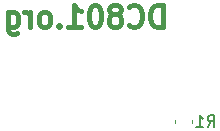
<source format=gbr>
G04 #@! TF.GenerationSoftware,KiCad,Pcbnew,(5.0.0-rc2-dev-321-g78161b592)*
G04 #@! TF.CreationDate,2018-07-11T23:16:50-06:00*
G04 #@! TF.ProjectId,dc801_sheep,64633830315F73686565702E6B696361,rev?*
G04 #@! TF.SameCoordinates,Original*
G04 #@! TF.FileFunction,Legend,Bot*
G04 #@! TF.FilePolarity,Positive*
%FSLAX46Y46*%
G04 Gerber Fmt 4.6, Leading zero omitted, Abs format (unit mm)*
G04 Created by KiCad (PCBNEW (5.0.0-rc2-dev-321-g78161b592)) date 07/11/18 23:16:50*
%MOMM*%
%LPD*%
G01*
G04 APERTURE LIST*
%ADD10C,0.400000*%
%ADD11C,0.120000*%
%ADD12C,0.150000*%
%ADD13R,1.900000X1.545000*%
%ADD14O,2.100000X2.100000*%
%ADD15C,2.100000*%
%ADD16C,1.924000*%
%ADD17C,1.200000*%
G04 APERTURE END LIST*
D10*
X150277142Y-76194285D02*
X150277142Y-74394285D01*
X149848571Y-74394285D01*
X149591428Y-74480000D01*
X149420000Y-74651428D01*
X149334285Y-74822857D01*
X149248571Y-75165714D01*
X149248571Y-75422857D01*
X149334285Y-75765714D01*
X149420000Y-75937142D01*
X149591428Y-76108571D01*
X149848571Y-76194285D01*
X150277142Y-76194285D01*
X147448571Y-76022857D02*
X147534285Y-76108571D01*
X147791428Y-76194285D01*
X147962857Y-76194285D01*
X148220000Y-76108571D01*
X148391428Y-75937142D01*
X148477142Y-75765714D01*
X148562857Y-75422857D01*
X148562857Y-75165714D01*
X148477142Y-74822857D01*
X148391428Y-74651428D01*
X148220000Y-74480000D01*
X147962857Y-74394285D01*
X147791428Y-74394285D01*
X147534285Y-74480000D01*
X147448571Y-74565714D01*
X146420000Y-75165714D02*
X146591428Y-75080000D01*
X146677142Y-74994285D01*
X146762857Y-74822857D01*
X146762857Y-74737142D01*
X146677142Y-74565714D01*
X146591428Y-74480000D01*
X146420000Y-74394285D01*
X146077142Y-74394285D01*
X145905714Y-74480000D01*
X145820000Y-74565714D01*
X145734285Y-74737142D01*
X145734285Y-74822857D01*
X145820000Y-74994285D01*
X145905714Y-75080000D01*
X146077142Y-75165714D01*
X146420000Y-75165714D01*
X146591428Y-75251428D01*
X146677142Y-75337142D01*
X146762857Y-75508571D01*
X146762857Y-75851428D01*
X146677142Y-76022857D01*
X146591428Y-76108571D01*
X146420000Y-76194285D01*
X146077142Y-76194285D01*
X145905714Y-76108571D01*
X145820000Y-76022857D01*
X145734285Y-75851428D01*
X145734285Y-75508571D01*
X145820000Y-75337142D01*
X145905714Y-75251428D01*
X146077142Y-75165714D01*
X144620000Y-74394285D02*
X144448571Y-74394285D01*
X144277142Y-74480000D01*
X144191428Y-74565714D01*
X144105714Y-74737142D01*
X144020000Y-75080000D01*
X144020000Y-75508571D01*
X144105714Y-75851428D01*
X144191428Y-76022857D01*
X144277142Y-76108571D01*
X144448571Y-76194285D01*
X144620000Y-76194285D01*
X144791428Y-76108571D01*
X144877142Y-76022857D01*
X144962857Y-75851428D01*
X145048571Y-75508571D01*
X145048571Y-75080000D01*
X144962857Y-74737142D01*
X144877142Y-74565714D01*
X144791428Y-74480000D01*
X144620000Y-74394285D01*
X142305714Y-76194285D02*
X143334285Y-76194285D01*
X142820000Y-76194285D02*
X142820000Y-74394285D01*
X142991428Y-74651428D01*
X143162857Y-74822857D01*
X143334285Y-74908571D01*
X141534285Y-76022857D02*
X141448571Y-76108571D01*
X141534285Y-76194285D01*
X141620000Y-76108571D01*
X141534285Y-76022857D01*
X141534285Y-76194285D01*
X140420000Y-76194285D02*
X140591428Y-76108571D01*
X140677142Y-76022857D01*
X140762857Y-75851428D01*
X140762857Y-75337142D01*
X140677142Y-75165714D01*
X140591428Y-75080000D01*
X140420000Y-74994285D01*
X140162857Y-74994285D01*
X139991428Y-75080000D01*
X139905714Y-75165714D01*
X139820000Y-75337142D01*
X139820000Y-75851428D01*
X139905714Y-76022857D01*
X139991428Y-76108571D01*
X140162857Y-76194285D01*
X140420000Y-76194285D01*
X139048571Y-76194285D02*
X139048571Y-74994285D01*
X139048571Y-75337142D02*
X138962857Y-75165714D01*
X138877142Y-75080000D01*
X138705714Y-74994285D01*
X138534285Y-74994285D01*
X137162857Y-74994285D02*
X137162857Y-76451428D01*
X137248571Y-76622857D01*
X137334285Y-76708571D01*
X137505714Y-76794285D01*
X137762857Y-76794285D01*
X137934285Y-76708571D01*
X137162857Y-76108571D02*
X137334285Y-76194285D01*
X137677142Y-76194285D01*
X137848571Y-76108571D01*
X137934285Y-76022857D01*
X138020000Y-75851428D01*
X138020000Y-75337142D01*
X137934285Y-75165714D01*
X137848571Y-75080000D01*
X137677142Y-74994285D01*
X137334285Y-74994285D01*
X137162857Y-75080000D01*
D11*
X152780000Y-84390000D02*
X152780000Y-84090000D01*
X151360000Y-84390000D02*
X151360000Y-84090000D01*
D12*
X154086666Y-84692380D02*
X154420000Y-84216190D01*
X154658095Y-84692380D02*
X154658095Y-83692380D01*
X154277142Y-83692380D01*
X154181904Y-83740000D01*
X154134285Y-83787619D01*
X154086666Y-83882857D01*
X154086666Y-84025714D01*
X154134285Y-84120952D01*
X154181904Y-84168571D01*
X154277142Y-84216190D01*
X154658095Y-84216190D01*
X153134285Y-84692380D02*
X153705714Y-84692380D01*
X153420000Y-84692380D02*
X153420000Y-83692380D01*
X153515238Y-83835238D01*
X153610476Y-83930476D01*
X153705714Y-83978095D01*
%LPC*%
D13*
X152070000Y-85282500D03*
X152070000Y-83197500D03*
D14*
X152010000Y-93370000D03*
X152010000Y-90830000D03*
X154550000Y-93370000D03*
D15*
X154550000Y-90830000D03*
D16*
X150376780Y-89323780D03*
D17*
X141010000Y-79710000D03*
X147250000Y-79710000D03*
X139790000Y-79980000D03*
X146000000Y-79970000D03*
M02*

</source>
